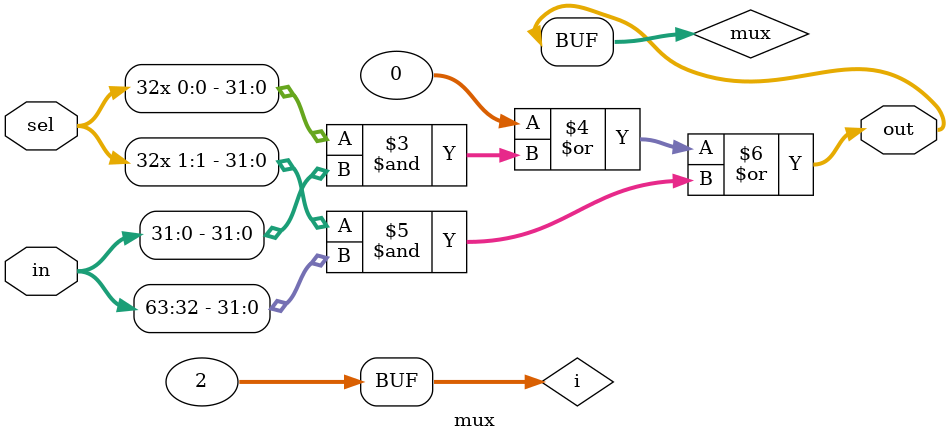
<source format=v>
module mux #(parameter DW = 32, // data width
             parameter N = 2    // number of vectors
             )
   (
    input [N-1:0]   sel, // select vector
    input [N*DW-1:0] in,  // concatenated input {..,in1[DW-1:0],in0[DW-1:0]
    output [DW-1:0]  out  // output
    );

   reg [DW-1:0]     mux;
   integer         i;
   always @*
     begin
	mux[DW-1:0] = 'b0;
	for(i=0;i<N;i=i+1)
	  mux[DW-1:0] = mux[DW-1:0] | {(DW){sel[i]}} & in[((i+1)*DW-1)-:DW];
     end
   assign out[DW-1:0] = mux[DW-1:0];

endmodule

</source>
